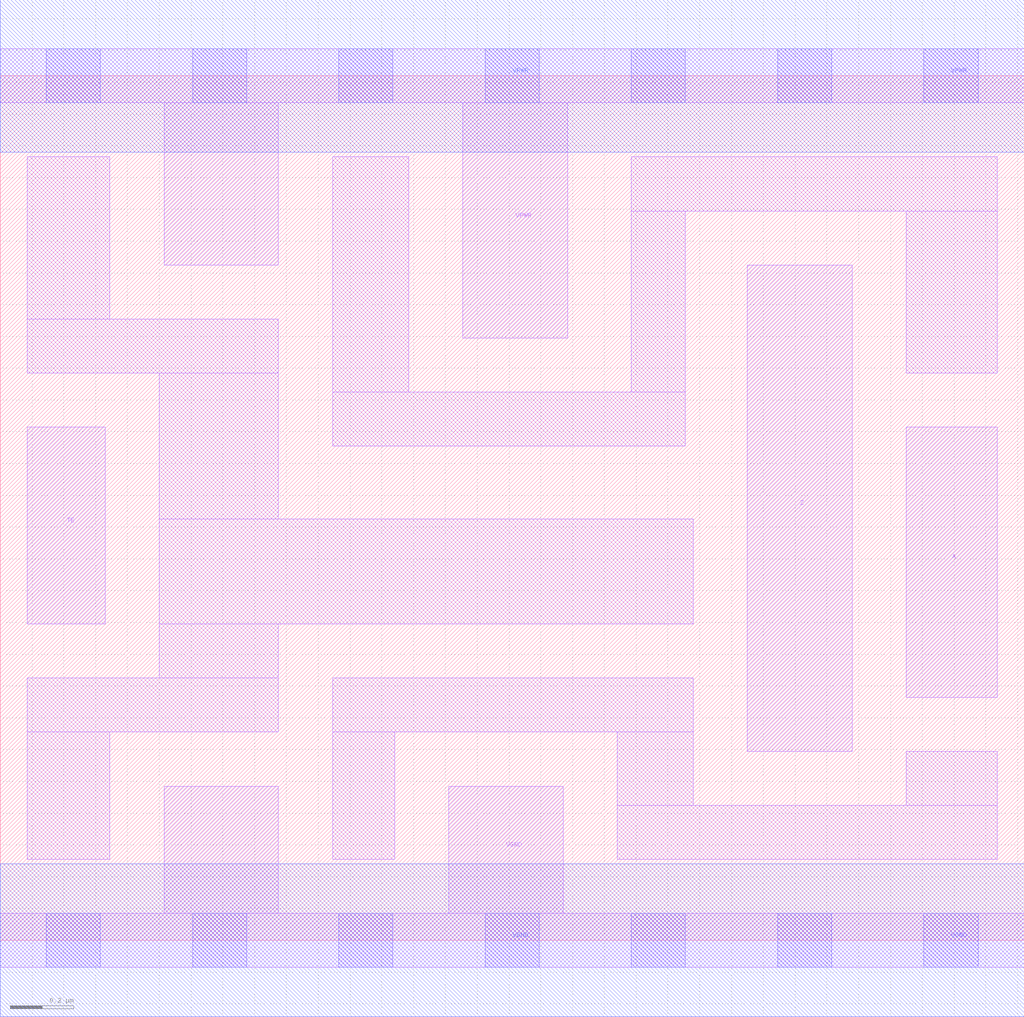
<source format=lef>
# Copyright 2020 The SkyWater PDK Authors
#
# Licensed under the Apache License, Version 2.0 (the "License");
# you may not use this file except in compliance with the License.
# You may obtain a copy of the License at
#
#     https://www.apache.org/licenses/LICENSE-2.0
#
# Unless required by applicable law or agreed to in writing, software
# distributed under the License is distributed on an "AS IS" BASIS,
# WITHOUT WARRANTIES OR CONDITIONS OF ANY KIND, either express or implied.
# See the License for the specific language governing permissions and
# limitations under the License.
#
# SPDX-License-Identifier: Apache-2.0

VERSION 5.7 ;
  NAMESCASESENSITIVE ON ;
  NOWIREEXTENSIONATPIN ON ;
  DIVIDERCHAR "/" ;
  BUSBITCHARS "[]" ;
UNITS
  DATABASE MICRONS 200 ;
END UNITS
MACRO sky130_fd_sc_hd__einvp_2
  CLASS CORE ;
  SOURCE USER ;
  FOREIGN sky130_fd_sc_hd__einvp_2 ;
  ORIGIN  0.000000  0.000000 ;
  SIZE  3.220000 BY  2.720000 ;
  SYMMETRY X Y R90 ;
  SITE unithd ;
  PIN A
    ANTENNAGATEAREA  0.495000 ;
    DIRECTION INPUT ;
    USE SIGNAL ;
    PORT
      LAYER li1 ;
        RECT 2.850000 0.765000 3.135000 1.615000 ;
    END
  END A
  PIN TE
    ANTENNAGATEAREA  0.354000 ;
    DIRECTION INPUT ;
    USE SIGNAL ;
    PORT
      LAYER li1 ;
        RECT 0.085000 0.995000 0.330000 1.615000 ;
    END
  END TE
  PIN Z
    ANTENNADIFFAREA  0.445500 ;
    DIRECTION OUTPUT ;
    USE SIGNAL ;
    PORT
      LAYER li1 ;
        RECT 2.350000 0.595000 2.680000 2.125000 ;
    END
  END Z
  PIN VGND
    DIRECTION INOUT ;
    SHAPE ABUTMENT ;
    USE GROUND ;
    PORT
      LAYER li1 ;
        RECT 0.000000 -0.085000 3.220000 0.085000 ;
        RECT 0.515000  0.085000 0.875000 0.485000 ;
        RECT 1.410000  0.085000 1.770000 0.485000 ;
      LAYER mcon ;
        RECT 0.145000 -0.085000 0.315000 0.085000 ;
        RECT 0.605000 -0.085000 0.775000 0.085000 ;
        RECT 1.065000 -0.085000 1.235000 0.085000 ;
        RECT 1.525000 -0.085000 1.695000 0.085000 ;
        RECT 1.985000 -0.085000 2.155000 0.085000 ;
        RECT 2.445000 -0.085000 2.615000 0.085000 ;
        RECT 2.905000 -0.085000 3.075000 0.085000 ;
      LAYER met1 ;
        RECT 0.000000 -0.240000 3.220000 0.240000 ;
    END
  END VGND
  PIN VPWR
    DIRECTION INOUT ;
    SHAPE ABUTMENT ;
    USE POWER ;
    PORT
      LAYER li1 ;
        RECT 0.000000 2.635000 3.220000 2.805000 ;
        RECT 0.515000 2.125000 0.875000 2.635000 ;
        RECT 1.455000 1.895000 1.785000 2.635000 ;
      LAYER mcon ;
        RECT 0.145000 2.635000 0.315000 2.805000 ;
        RECT 0.605000 2.635000 0.775000 2.805000 ;
        RECT 1.065000 2.635000 1.235000 2.805000 ;
        RECT 1.525000 2.635000 1.695000 2.805000 ;
        RECT 1.985000 2.635000 2.155000 2.805000 ;
        RECT 2.445000 2.635000 2.615000 2.805000 ;
        RECT 2.905000 2.635000 3.075000 2.805000 ;
      LAYER met1 ;
        RECT 0.000000 2.480000 3.220000 2.960000 ;
    END
  END VPWR
  OBS
    LAYER li1 ;
      RECT 0.085000 0.255000 0.345000 0.655000 ;
      RECT 0.085000 0.655000 0.875000 0.825000 ;
      RECT 0.085000 1.785000 0.875000 1.955000 ;
      RECT 0.085000 1.955000 0.345000 2.465000 ;
      RECT 0.500000 0.825000 0.875000 0.995000 ;
      RECT 0.500000 0.995000 2.180000 1.325000 ;
      RECT 0.500000 1.325000 0.875000 1.785000 ;
      RECT 1.045000 0.255000 1.240000 0.655000 ;
      RECT 1.045000 0.655000 2.180000 0.825000 ;
      RECT 1.045000 1.555000 2.155000 1.725000 ;
      RECT 1.045000 1.725000 1.285000 2.465000 ;
      RECT 1.940000 0.255000 3.135000 0.425000 ;
      RECT 1.940000 0.425000 2.180000 0.655000 ;
      RECT 1.985000 1.725000 2.155000 2.295000 ;
      RECT 1.985000 2.295000 3.135000 2.465000 ;
      RECT 2.850000 0.425000 3.135000 0.595000 ;
      RECT 2.850000 1.785000 3.135000 2.295000 ;
  END
END sky130_fd_sc_hd__einvp_2
END LIBRARY

</source>
